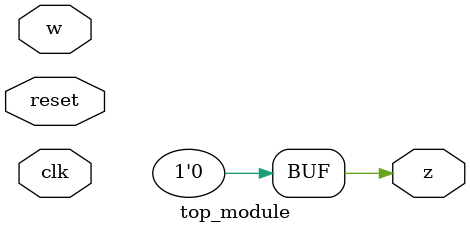
<source format=sv>
module top_module (
    input clk,
    input reset,
    input w,
    output reg z
);

// State encoding
typedef enum logic [2:0] {
    A = 3'd0,
    B = 3'd1,
    C = 3'd2,
    D = 3'd3,
    E = 3'd4,
    F = 3'd5
} state_t;

// State registers
reg state, next_state;

// Combinational logic for state transitions
always @(*) begin
    case (state)
        A: next_state = (w) ? A : B;
        B: next_state = (w) ? D : C;
        C: next_state = (w) ? D : E;
        D: next_state = (w) ? A : F;
        E: next_state = (w) ? D : E;
        F: next_state = (w) ? D : C;
        default: next_state = A; // Should not happen
    endcase
end

// Sequential logic for state registration
always @(posedge clk or posedge reset) begin
    if (reset) begin
        state <= A;
    end else begin
        state <= next_state;
    end
end

// Output logic
always @(*) begin
    z = (state == E || state == F);
end

endmodule

</source>
